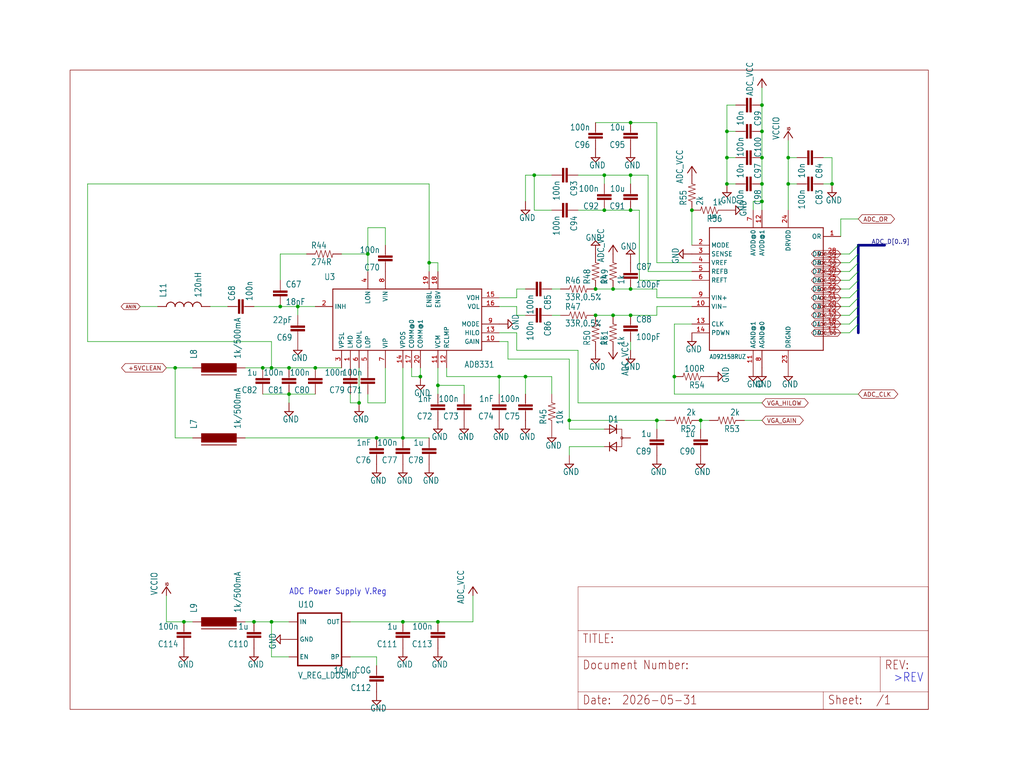
<source format=kicad_sch>
(kicad_sch (version 20230121) (generator eeschema)
  (paper "User" 297.002 226.492)
  (junction (at 190.5 121.92))
  (junction (at 220.98 30.48))
  (junction (at 154.94 50.8))
  (junction (at 78.74 106.68))
  (junction (at 116.84 180.34))
  (junction (at 91.44 106.68))
  (junction (at 165.1 121.92))
  (junction (at 200.66 60.96))
  (junction (at 124.46 76.2))
  (junction (at 220.98 53.34))
  (junction (at 182.88 50.8))
  (junction (at 182.88 60.96))
  (junction (at 177.8 83.82))
  (junction (at 210.82 53.34))
  (junction (at 241.3 53.34))
  (junction (at 210.82 38.1))
  (junction (at 78.74 180.34))
  (junction (at 76.2 106.68))
  (junction (at 172.72 91.44))
  (junction (at 175.26 60.96))
  (junction (at 177.8 91.44))
  (junction (at 83.82 114.3))
  (junction (at 121.92 109.22))
  (junction (at 109.22 127))
  (junction (at 182.88 35.56))
  (junction (at 220.98 38.1))
  (junction (at 106.68 73.66))
  (junction (at 73.66 180.34))
  (junction (at 83.82 106.68))
  (junction (at 203.2 121.92))
  (junction (at 127 111.76))
  (junction (at 81.28 88.9))
  (junction (at 228.6 45.72))
  (junction (at 50.8 106.68))
  (junction (at 175.26 50.8))
  (junction (at 144.78 109.22))
  (junction (at 210.82 45.72))
  (junction (at 220.98 58.42))
  (junction (at 195.58 109.22))
  (junction (at 116.84 127))
  (junction (at 152.4 109.22))
  (junction (at 182.88 91.44))
  (junction (at 104.14 116.84))
  (junction (at 53.34 180.34))
  (junction (at 172.72 83.82))
  (junction (at 228.6 53.34))
  (junction (at 182.88 83.82))
  (junction (at 127 180.34))
  (junction (at 220.98 45.72))
  (junction (at 86.36 88.9))
  (bus_entry (at 246.38 78.74) (size 2.54 -2.54))
  (bus_entry (at 246.38 91.44) (size 2.54 -2.54))
  (bus_entry (at 246.38 73.66) (size 2.54 -2.54))
  (bus_entry (at 246.38 93.98) (size 2.54 -2.54))
  (bus_entry (at 246.38 96.52) (size 2.54 -2.54))
  (bus_entry (at 246.38 81.28) (size 2.54 -2.54))
  (bus_entry (at 246.38 83.82) (size 2.54 -2.54))
  (bus_entry (at 246.38 86.36) (size 2.54 -2.54))
  (bus_entry (at 246.38 76.2) (size 2.54 -2.54))
  (bus_entry (at 246.38 88.9) (size 2.54 -2.54))
  (wire (pts (xy 116.84 127) (xy 124.46 127)) (stroke (width 0.1524)))
  (wire (pts (xy 137.16 180.34) (xy 137.16 172.72)) (stroke (width 0.1524)))
  (wire (pts (xy 200.66 81.28) (xy 185.42 81.28)) (stroke (width 0.1524)))
  (wire (pts (xy 165.1 124.46) (xy 175.26 124.46)) (stroke (width 0.1524)))
  (wire (pts (xy 83.82 114.3) (xy 91.44 114.3)) (stroke (width 0.1524)))
  (wire (pts (xy 243.84 81.28) (xy 246.38 81.28)) (stroke (width 0.1524)))
  (wire (pts (xy 182.88 83.82) (xy 190.5 83.82)) (stroke (width 0.1524)))
  (wire (pts (xy 200.66 71.12) (xy 200.66 60.96)) (stroke (width 0.1524)))
  (wire (pts (xy 182.88 35.56) (xy 172.72 35.56)) (stroke (width 0.1524)))
  (wire (pts (xy 91.44 106.68) (xy 99.06 106.68)) (stroke (width 0.1524)))
  (wire (pts (xy 167.64 60.96) (xy 175.26 60.96)) (stroke (width 0.1524)))
  (wire (pts (xy 78.74 190.5) (xy 78.74 180.34)) (stroke (width 0.1524)))
  (bus (pts (xy 248.92 88.9) (xy 248.92 91.44)) (stroke (width 0.762)))
  (wire (pts (xy 116.84 127) (xy 109.22 127)) (stroke (width 0.1524)))
  (wire (pts (xy 195.58 93.98) (xy 200.66 93.98)) (stroke (width 0.1524)))
  (wire (pts (xy 243.84 78.74) (xy 246.38 78.74)) (stroke (width 0.1524)))
  (wire (pts (xy 218.44 60.96) (xy 218.44 58.42)) (stroke (width 0.1524)))
  (wire (pts (xy 111.76 66.04) (xy 111.76 71.12)) (stroke (width 0.1524)))
  (wire (pts (xy 124.46 78.74) (xy 124.46 76.2)) (stroke (width 0.1524)))
  (bus (pts (xy 248.92 78.74) (xy 248.92 81.28)) (stroke (width 0.762)))
  (wire (pts (xy 243.84 63.5) (xy 248.92 63.5)) (stroke (width 0.1524)))
  (wire (pts (xy 218.44 58.42) (xy 220.98 58.42)) (stroke (width 0.1524)))
  (wire (pts (xy 86.36 91.44) (xy 86.36 88.9)) (stroke (width 0.1524)))
  (wire (pts (xy 215.9 121.92) (xy 220.98 121.92)) (stroke (width 0.1524)))
  (wire (pts (xy 78.74 106.68) (xy 83.82 106.68)) (stroke (width 0.1524)))
  (wire (pts (xy 243.84 93.98) (xy 246.38 93.98)) (stroke (width 0.1524)))
  (bus (pts (xy 248.92 93.98) (xy 248.92 96.52)) (stroke (width 0.762)))
  (wire (pts (xy 165.1 121.92) (xy 165.1 124.46)) (stroke (width 0.1524)))
  (wire (pts (xy 101.6 190.5) (xy 109.22 190.5)) (stroke (width 0.1524)))
  (wire (pts (xy 190.5 83.82) (xy 190.5 86.36)) (stroke (width 0.1524)))
  (wire (pts (xy 144.78 88.9) (xy 149.86 88.9)) (stroke (width 0.1524)))
  (wire (pts (xy 187.96 78.74) (xy 200.66 78.74)) (stroke (width 0.1524)))
  (wire (pts (xy 144.78 114.3) (xy 144.78 109.22)) (stroke (width 0.1524)))
  (wire (pts (xy 83.82 116.84) (xy 83.82 114.3)) (stroke (width 0.1524)))
  (wire (pts (xy 175.26 50.8) (xy 182.88 50.8)) (stroke (width 0.1524)))
  (wire (pts (xy 172.72 83.82) (xy 177.8 83.82)) (stroke (width 0.1524)))
  (wire (pts (xy 220.98 38.1) (xy 220.98 45.72)) (stroke (width 0.1524)))
  (wire (pts (xy 106.68 73.66) (xy 106.68 66.04)) (stroke (width 0.1524)))
  (wire (pts (xy 48.26 180.34) (xy 48.26 172.72)) (stroke (width 0.1524)))
  (wire (pts (xy 165.1 121.92) (xy 190.5 121.92)) (stroke (width 0.1524)))
  (wire (pts (xy 220.98 58.42) (xy 220.98 60.96)) (stroke (width 0.1524)))
  (wire (pts (xy 243.84 86.36) (xy 246.38 86.36)) (stroke (width 0.1524)))
  (wire (pts (xy 182.88 91.44) (xy 190.5 91.44)) (stroke (width 0.1524)))
  (bus (pts (xy 248.92 83.82) (xy 248.92 86.36)) (stroke (width 0.762)))
  (wire (pts (xy 220.98 45.72) (xy 220.98 53.34)) (stroke (width 0.1524)))
  (wire (pts (xy 83.82 106.68) (xy 91.44 106.68)) (stroke (width 0.1524)))
  (wire (pts (xy 195.58 114.3) (xy 195.58 109.22)) (stroke (width 0.1524)))
  (wire (pts (xy 109.22 127) (xy 71.12 127)) (stroke (width 0.1524)))
  (wire (pts (xy 127 106.68) (xy 127 111.76)) (stroke (width 0.1524)))
  (wire (pts (xy 55.88 127) (xy 50.8 127)) (stroke (width 0.1524)))
  (wire (pts (xy 86.36 88.9) (xy 91.44 88.9)) (stroke (width 0.1524)))
  (wire (pts (xy 243.84 91.44) (xy 246.38 91.44)) (stroke (width 0.1524)))
  (wire (pts (xy 124.46 76.2) (xy 124.46 53.34)) (stroke (width 0.1524)))
  (wire (pts (xy 116.84 180.34) (xy 127 180.34)) (stroke (width 0.1524)))
  (wire (pts (xy 149.86 86.36) (xy 149.86 83.82)) (stroke (width 0.1524)))
  (bus (pts (xy 248.92 71.12) (xy 256.54 71.12)) (stroke (width 0.762)))
  (wire (pts (xy 25.4 99.06) (xy 78.74 99.06)) (stroke (width 0.1524)))
  (wire (pts (xy 81.28 73.66) (xy 81.28 81.28)) (stroke (width 0.1524)))
  (wire (pts (xy 111.76 106.68) (xy 111.76 116.84)) (stroke (width 0.1524)))
  (wire (pts (xy 106.68 66.04) (xy 111.76 66.04)) (stroke (width 0.1524)))
  (wire (pts (xy 129.54 106.68) (xy 129.54 109.22)) (stroke (width 0.1524)))
  (wire (pts (xy 182.88 101.6) (xy 182.88 99.06)) (stroke (width 0.1524)))
  (wire (pts (xy 109.22 190.5) (xy 109.22 193.04)) (stroke (width 0.1524)))
  (wire (pts (xy 124.46 76.2) (xy 127 76.2)) (stroke (width 0.1524)))
  (wire (pts (xy 45.72 88.9) (xy 40.64 88.9)) (stroke (width 0.1524)))
  (wire (pts (xy 228.6 45.72) (xy 228.6 53.34)) (stroke (width 0.1524)))
  (wire (pts (xy 104.14 106.68) (xy 104.14 116.84)) (stroke (width 0.1524)))
  (wire (pts (xy 88.9 73.66) (xy 81.28 73.66)) (stroke (width 0.1524)))
  (wire (pts (xy 149.86 101.6) (xy 167.64 101.6)) (stroke (width 0.1524)))
  (wire (pts (xy 175.26 60.96) (xy 182.88 60.96)) (stroke (width 0.1524)))
  (wire (pts (xy 160.02 91.44) (xy 162.56 91.44)) (stroke (width 0.1524)))
  (wire (pts (xy 165.1 104.14) (xy 165.1 121.92)) (stroke (width 0.1524)))
  (wire (pts (xy 154.94 50.8) (xy 152.4 50.8)) (stroke (width 0.1524)))
  (wire (pts (xy 177.8 83.82) (xy 182.88 83.82)) (stroke (width 0.1524)))
  (wire (pts (xy 99.06 73.66) (xy 106.68 73.66)) (stroke (width 0.1524)))
  (wire (pts (xy 213.36 45.72) (xy 210.82 45.72)) (stroke (width 0.1524)))
  (wire (pts (xy 55.88 180.34) (xy 53.34 180.34)) (stroke (width 0.1524)))
  (wire (pts (xy 129.54 109.22) (xy 144.78 109.22)) (stroke (width 0.1524)))
  (wire (pts (xy 119.38 106.68) (xy 119.38 109.22)) (stroke (width 0.1524)))
  (wire (pts (xy 73.66 180.34) (xy 78.74 180.34)) (stroke (width 0.1524)))
  (wire (pts (xy 50.8 127) (xy 50.8 106.68)) (stroke (width 0.1524)))
  (wire (pts (xy 154.94 60.96) (xy 154.94 50.8)) (stroke (width 0.1524)))
  (wire (pts (xy 220.98 30.48) (xy 220.98 38.1)) (stroke (width 0.1524)))
  (wire (pts (xy 50.8 106.68) (xy 48.26 106.68)) (stroke (width 0.1524)))
  (wire (pts (xy 185.42 60.96) (xy 182.88 60.96)) (stroke (width 0.1524)))
  (wire (pts (xy 144.78 109.22) (xy 152.4 109.22)) (stroke (width 0.1524)))
  (wire (pts (xy 185.42 81.28) (xy 185.42 60.96)) (stroke (width 0.1524)))
  (wire (pts (xy 101.6 116.84) (xy 104.14 116.84)) (stroke (width 0.1524)))
  (wire (pts (xy 147.32 104.14) (xy 165.1 104.14)) (stroke (width 0.1524)))
  (wire (pts (xy 127 111.76) (xy 127 114.3)) (stroke (width 0.1524)))
  (wire (pts (xy 152.4 50.8) (xy 152.4 58.42)) (stroke (width 0.1524)))
  (wire (pts (xy 50.8 106.68) (xy 55.88 106.68)) (stroke (width 0.1524)))
  (wire (pts (xy 195.58 109.22) (xy 195.58 93.98)) (stroke (width 0.1524)))
  (wire (pts (xy 190.5 91.44) (xy 190.5 88.9)) (stroke (width 0.1524)))
  (wire (pts (xy 127 111.76) (xy 134.62 111.76)) (stroke (width 0.1524)))
  (wire (pts (xy 25.4 53.34) (xy 25.4 99.06)) (stroke (width 0.1524)))
  (wire (pts (xy 149.86 88.9) (xy 149.86 91.44)) (stroke (width 0.1524)))
  (wire (pts (xy 190.5 35.56) (xy 182.88 35.56)) (stroke (width 0.1524)))
  (wire (pts (xy 78.74 99.06) (xy 78.74 106.68)) (stroke (width 0.1524)))
  (bus (pts (xy 248.92 71.12) (xy 248.92 73.66)) (stroke (width 0.762)))
  (wire (pts (xy 106.68 73.66) (xy 106.68 78.74)) (stroke (width 0.1524)))
  (bus (pts (xy 248.92 91.44) (xy 248.92 93.98)) (stroke (width 0.762)))
  (wire (pts (xy 144.78 99.06) (xy 147.32 99.06)) (stroke (width 0.1524)))
  (wire (pts (xy 71.12 180.34) (xy 73.66 180.34)) (stroke (width 0.1524)))
  (wire (pts (xy 243.84 96.52) (xy 246.38 96.52)) (stroke (width 0.1524)))
  (wire (pts (xy 106.68 116.84) (xy 106.68 114.3)) (stroke (width 0.1524)))
  (wire (pts (xy 200.66 76.2) (xy 190.5 76.2)) (stroke (width 0.1524)))
  (wire (pts (xy 243.84 76.2) (xy 246.38 76.2)) (stroke (width 0.1524)))
  (wire (pts (xy 210.82 30.48) (xy 210.82 38.1)) (stroke (width 0.1524)))
  (wire (pts (xy 190.5 124.46) (xy 190.5 121.92)) (stroke (width 0.1524)))
  (wire (pts (xy 83.82 190.5) (xy 78.74 190.5)) (stroke (width 0.1524)))
  (wire (pts (xy 81.28 88.9) (xy 86.36 88.9)) (stroke (width 0.1524)))
  (wire (pts (xy 210.82 45.72) (xy 210.82 53.34)) (stroke (width 0.1524)))
  (wire (pts (xy 101.6 180.34) (xy 116.84 180.34)) (stroke (width 0.1524)))
  (wire (pts (xy 203.2 124.46) (xy 203.2 121.92)) (stroke (width 0.1524)))
  (wire (pts (xy 243.84 73.66) (xy 246.38 73.66)) (stroke (width 0.1524)))
  (wire (pts (xy 213.36 38.1) (xy 210.82 38.1)) (stroke (width 0.1524)))
  (wire (pts (xy 190.5 86.36) (xy 200.66 86.36)) (stroke (width 0.1524)))
  (wire (pts (xy 76.2 106.68) (xy 71.12 106.68)) (stroke (width 0.1524)))
  (bus (pts (xy 248.92 86.36) (xy 248.92 88.9)) (stroke (width 0.762)))
  (wire (pts (xy 220.98 25.4) (xy 220.98 30.48)) (stroke (width 0.1524)))
  (wire (pts (xy 60.96 88.9) (xy 66.04 88.9)) (stroke (width 0.1524)))
  (wire (pts (xy 175.26 50.8) (xy 175.26 53.34)) (stroke (width 0.1524)))
  (wire (pts (xy 134.62 111.76) (xy 134.62 114.3)) (stroke (width 0.1524)))
  (wire (pts (xy 203.2 121.92) (xy 205.74 121.92)) (stroke (width 0.1524)))
  (wire (pts (xy 177.8 91.44) (xy 182.88 91.44)) (stroke (width 0.1524)))
  (wire (pts (xy 111.76 116.84) (xy 106.68 116.84)) (stroke (width 0.1524)))
  (wire (pts (xy 160.02 60.96) (xy 154.94 60.96)) (stroke (width 0.1524)))
  (wire (pts (xy 78.74 180.34) (xy 83.82 180.34)) (stroke (width 0.1524)))
  (wire (pts (xy 187.96 50.8) (xy 187.96 78.74)) (stroke (width 0.1524)))
  (wire (pts (xy 175.26 129.54) (xy 165.1 129.54)) (stroke (width 0.1524)))
  (wire (pts (xy 127 76.2) (xy 127 78.74)) (stroke (width 0.1524)))
  (wire (pts (xy 165.1 129.54) (xy 165.1 132.08)) (stroke (width 0.1524)))
  (wire (pts (xy 182.88 50.8) (xy 182.88 53.34)) (stroke (width 0.1524)))
  (wire (pts (xy 116.84 106.68) (xy 116.84 127)) (stroke (width 0.1524)))
  (wire (pts (xy 190.5 88.9) (xy 200.66 88.9)) (stroke (width 0.1524)))
  (wire (pts (xy 149.86 91.44) (xy 152.4 91.44)) (stroke (width 0.1524)))
  (wire (pts (xy 213.36 30.48) (xy 210.82 30.48)) (stroke (width 0.1524)))
  (wire (pts (xy 160.02 109.22) (xy 160.02 114.3)) (stroke (width 0.1524)))
  (wire (pts (xy 231.14 53.34) (xy 228.6 53.34)) (stroke (width 0.1524)))
  (wire (pts (xy 231.14 45.72) (xy 228.6 45.72)) (stroke (width 0.1524)))
  (wire (pts (xy 243.84 88.9) (xy 246.38 88.9)) (stroke (width 0.1524)))
  (wire (pts (xy 147.32 99.06) (xy 147.32 104.14)) (stroke (width 0.1524)))
  (wire (pts (xy 210.82 38.1) (xy 210.82 45.72)) (stroke (width 0.1524)))
  (wire (pts (xy 149.86 96.52) (xy 149.86 101.6)) (stroke (width 0.1524)))
  (wire (pts (xy 101.6 114.3) (xy 101.6 116.84)) (stroke (width 0.1524)))
  (wire (pts (xy 243.84 83.82) (xy 246.38 83.82)) (stroke (width 0.1524)))
  (wire (pts (xy 76.2 114.3) (xy 83.82 114.3)) (stroke (width 0.1524)))
  (wire (pts (xy 213.36 53.34) (xy 210.82 53.34)) (stroke (width 0.1524)))
  (wire (pts (xy 121.92 109.22) (xy 121.92 106.68)) (stroke (width 0.1524)))
  (wire (pts (xy 167.64 101.6) (xy 167.64 116.84)) (stroke (width 0.1524)))
  (wire (pts (xy 243.84 68.58) (xy 243.84 63.5)) (stroke (width 0.1524)))
  (wire (pts (xy 228.6 40.64) (xy 228.6 45.72)) (stroke (width 0.1524)))
  (wire (pts (xy 73.66 88.9) (xy 81.28 88.9)) (stroke (width 0.1524)))
  (wire (pts (xy 241.3 45.72) (xy 241.3 53.34)) (stroke (width 0.1524)))
  (wire (pts (xy 248.92 114.3) (xy 195.58 114.3)) (stroke (width 0.1524)))
  (wire (pts (xy 53.34 180.34) (xy 48.26 180.34)) (stroke (width 0.1524)))
  (wire (pts (xy 182.88 50.8) (xy 187.96 50.8)) (stroke (width 0.1524)))
  (wire (pts (xy 144.78 96.52) (xy 149.86 96.52)) (stroke (width 0.1524)))
  (wire (pts (xy 228.6 53.34) (xy 228.6 60.96)) (stroke (width 0.1524)))
  (bus (pts (xy 248.92 81.28) (xy 248.92 83.82)) (stroke (width 0.762)))
  (wire (pts (xy 167.64 50.8) (xy 175.26 50.8)) (stroke (width 0.1524)))
  (wire (pts (xy 160.02 83.82) (xy 162.56 83.82)) (stroke (width 0.1524)))
  (wire (pts (xy 160.02 50.8) (xy 154.94 50.8)) (stroke (width 0.1524)))
  (wire (pts (xy 167.64 116.84) (xy 220.98 116.84)) (stroke (width 0.1524)))
  (bus (pts (xy 248.92 73.66) (xy 248.92 76.2)) (stroke (width 0.762)))
  (wire (pts (xy 149.86 83.82) (xy 152.4 83.82)) (stroke (width 0.1524)))
  (wire (pts (xy 152.4 114.3) (xy 152.4 109.22)) (stroke (width 0.1524)))
  (wire (pts (xy 238.76 45.72) (xy 241.3 45.72)) (stroke (width 0.1524)))
  (wire (pts (xy 144.78 86.36) (xy 149.86 86.36)) (stroke (width 0.1524)))
  (wire (pts (xy 190.5 76.2) (xy 190.5 35.56)) (stroke (width 0.1524)))
  (wire (pts (xy 119.38 109.22) (xy 121.92 109.22)) (stroke (width 0.1524)))
  (wire (pts (xy 127 180.34) (xy 137.16 180.34)) (stroke (width 0.1524)))
  (wire (pts (xy 124.46 53.34) (xy 25.4 53.34)) (stroke (width 0.1524)))
  (wire (pts (xy 238.76 53.34) (xy 241.3 53.34)) (stroke (width 0.1524)))
  (wire (pts (xy 76.2 106.68) (xy 78.74 106.68)) (stroke (width 0.1524)))
  (wire (pts (xy 190.5 121.92) (xy 193.04 121.92)) (stroke (width 0.1524)))
  (wire (pts (xy 172.72 91.44) (xy 177.8 91.44)) (stroke (width 0.1524)))
  (wire (pts (xy 152.4 109.22) (xy 160.02 109.22)) (stroke (width 0.1524)))
  (wire (pts (xy 220.98 53.34) (xy 220.98 58.42)) (stroke (width 0.1524)))
  (bus (pts (xy 248.92 76.2) (xy 248.92 78.74)) (stroke (width 0.762)))
  (text ">REV" (at 259.08 198.12 0) (effects (font (size 2.54 2.159)) (justify left bottom)))
  (text "ADC Power Supply V.Reg" (at 83.82 172.72 0) (effects (font (size 1.778 1.5113)) (justify left bottom)))
  (label "ADC_D[0..9]" (at 252.73 71.12 0) (effects (font (size 1.2446 1.2446))))
  (global_label "ADC_D7" (shape bidirectional) (at 243.84 78.74 180) (effects (font (size 1.016 1.016))) (property "Intersheetrefs" "${INTERSHEET_REFS}" (effects hide)))
  (global_label "ADC_D1" (shape bidirectional) (at 243.84 93.98 180) (effects (font (size 1.016 1.016))) (property "Intersheetrefs" "${INTERSHEET_REFS}" (effects hide)))
  (global_label "ADC_OR" (shape bidirectional) (at 248.92 63.5 0) (effects (font (size 1.2446 1.2446))) (property "Intersheetrefs" "${INTERSHEET_REFS}" (effects hide)))
  (global_label "ADC_D9" (shape bidirectional) (at 243.84 73.66 180) (effects (font (size 1.016 1.016))) (property "Intersheetrefs" "${INTERSHEET_REFS}" (effects hide)))
  (global_label "ADC_D4" (shape bidirectional) (at 243.84 86.36 180) (effects (font (size 1.016 1.016))) (property "Intersheetrefs" "${INTERSHEET_REFS}" (effects hide)))
  (global_label "ADC_D5" (shape bidirectional) (at 243.84 83.82 180) (effects (font (size 1.016 1.016))) (property "Intersheetrefs" "${INTERSHEET_REFS}" (effects hide)))
  (global_label "ANIN" (shape bidirectional) (at 40.64 88.9 180) (effects (font (size 0.889 0.889))) (property "Intersheetrefs" "${INTERSHEET_REFS}" (effects hide)))
  (global_label "ADC_D8" (shape bidirectional) (at 243.84 76.2 180) (effects (font (size 1.016 1.016))) (property "Intersheetrefs" "${INTERSHEET_REFS}" (effects hide)))
  (global_label "ADC_D2" (shape bidirectional) (at 243.84 91.44 180) (effects (font (size 1.016 1.016))) (property "Intersheetrefs" "${INTERSHEET_REFS}" (effects hide)))
  (global_label "VGA_GAIN" (shape bidirectional) (at 220.98 121.92 0) (effects (font (size 1.2446 1.2446))) (property "Intersheetrefs" "${INTERSHEET_REFS}" (effects hide)))
  (global_label "VGA_HILOW" (shape bidirectional) (at 220.98 116.84 0) (effects (font (size 1.2446 1.2446))) (property "Intersheetrefs" "${INTERSHEET_REFS}" (effects hide)))
  (global_label "ADC_D0" (shape bidirectional) (at 243.84 96.52 180) (effects (font (size 1.016 1.016))) (property "Intersheetrefs" "${INTERSHEET_REFS}" (effects hide)))
  (global_label "+5VCLEAN" (shape bidirectional) (at 48.26 106.68 180) (effects (font (size 1.2446 1.2446))) (property "Intersheetrefs" "${INTERSHEET_REFS}" (effects hide)))
  (global_label "ADC_D6" (shape bidirectional) (at 243.84 81.28 180) (effects (font (size 1.016 1.016))) (property "Intersheetrefs" "${INTERSHEET_REFS}" (effects hide)))
  (global_label "ADC_D3" (shape bidirectional) (at 243.84 88.9 180) (effects (font (size 1.016 1.016))) (property "Intersheetrefs" "${INTERSHEET_REFS}" (effects hide)))
  (global_label "ADC_CLK" (shape bidirectional) (at 248.92 114.3 0) (effects (font (size 1.2446 1.2446))) (property "Intersheetrefs" "${INTERSHEET_REFS}" (effects hide)))
  (symbol (lib_id "cw-lite-main-eagle-import:custom-std_RES0603-RES") (at 200.66 55.88 90) (unit 1)
    (property "Reference" "R55" (at 199.1614 59.69 0) (effects (font (size 1.778 1.5113)) (justify left bottom)))
    (property "Value" "2k" (at 203.962 59.69 0) (effects (font (size 1.778 1.5113)) (justify left bottom)))
    (property "Footprint" "cw-lite-main:0603R" (effects hide))
  )
  (symbol (lib_id "cw-lite-main-eagle-import:custom-std_CAP0402-CAP") (at 144.78 116.84 180) (unit 1)
    (property "Reference" "C74" (at 143.256 119.761 0) (effects (font (size 1.778 1.5113)) (justify left bottom)))
    (property "Value" "1nF" (at 143.256 114.681 0) (effects (font (size 1.778 1.5113)) (justify left bottom)))
    (property "Footprint" "cw-lite-main:0402C" (effects hide))
  )
  (symbol (lib_id "cw-lite-main-eagle-import:VCCIO") (at 48.26 170.18 0) (unit 1)
    (property "Reference" "#VCC30" (effects hide))
    (property "Value" "VCCIO" (at 45.72 172.72 90) (effects (font (size 1.778 1.5113)) (justify left bottom)))
  )
  (symbol (lib_id "cw-lite-main-eagle-import:GND") (at 182.88 73.66 180) (unit 1)
    (property "Reference" "#SUPPLY89" (effects hide))
    (property "Value" "GND" (at 184.785 70.485 0) (effects (font (size 1.778 1.5113)) (justify left bottom)))
  )
  (symbol (lib_id "cw-lite-main-eagle-import:custom-std_RES0603-RES") (at 93.98 73.66 0) (unit 1)
    (property "Reference" "R44" (at 90.17 72.1614 0) (effects (font (size 1.778 1.5113)) (justify left bottom)))
    (property "Value" "274R" (at 90.17 76.962 0) (effects (font (size 1.778 1.5113)) (justify left bottom)))
    (property "Footprint" "cw-lite-main:0603R" (effects hide))
  )
  (symbol (lib_id "cw-lite-main-eagle-import:custom-std_CAP0402-CAP") (at 215.9 53.34 270) (unit 1)
    (property "Reference" "C98" (at 218.821 54.864 0) (effects (font (size 1.778 1.5113)) (justify left bottom)))
    (property "Value" "100n" (at 213.741 54.864 0) (effects (font (size 1.778 1.5113)) (justify left bottom)))
    (property "Footprint" "cw-lite-main:0402C" (effects hide))
  )
  (symbol (lib_id "cw-lite-main-eagle-import:custom-std_CAP0402-CAP") (at 83.82 109.22 180) (unit 1)
    (property "Reference" "C81" (at 82.296 112.141 0) (effects (font (size 1.778 1.5113)) (justify left bottom)))
    (property "Value" "100n" (at 82.296 107.061 0) (effects (font (size 1.778 1.5113)) (justify left bottom)))
    (property "Footprint" "cw-lite-main:0402C" (effects hide))
  )
  (symbol (lib_id "cw-lite-main-eagle-import:VCCIO") (at 228.6 38.1 0) (unit 1)
    (property "Reference" "#VCC21" (effects hide))
    (property "Value" "VCCIO" (at 226.06 40.64 90) (effects (font (size 1.778 1.5113)) (justify left bottom)))
  )
  (symbol (lib_id "cw-lite-main-eagle-import:custom-std_CAP0603-CAP") (at 182.88 38.1 180) (unit 1)
    (property "Reference" "C95" (at 181.356 41.021 0) (effects (font (size 1.778 1.5113)) (justify left bottom)))
    (property "Value" "10u" (at 181.356 35.941 0) (effects (font (size 1.778 1.5113)) (justify left bottom)))
    (property "Footprint" "cw-lite-main:0603C" (effects hide))
  )
  (symbol (lib_id "cw-lite-main-eagle-import:GND") (at 190.5 134.62 0) (unit 1)
    (property "Reference" "#SUPPLY88" (effects hide))
    (property "Value" "GND" (at 188.595 137.795 0) (effects (font (size 1.778 1.5113)) (justify left bottom)))
  )
  (symbol (lib_id "cw-lite-main-eagle-import:ADC_VCC") (at 137.16 172.72 0) (unit 1)
    (property "Reference" "#U$5" (effects hide))
    (property "Value" "ADC_VCC" (at 134.62 175.26 90) (effects (font (size 1.778 1.5113)) (justify left bottom)))
  )
  (symbol (lib_id "cw-lite-main-eagle-import:custom-std_CAP0603-CAP") (at 182.88 81.28 0) (unit 1)
    (property "Reference" "C87" (at 184.404 78.359 0) (effects (font (size 1.778 1.5113)) (justify left bottom)))
    (property "Value" "100pF" (at 184.404 83.439 0) (effects (font (size 1.778 1.5113)) (justify left bottom)))
    (property "Footprint" "cw-lite-main:0603C" (effects hide))
  )
  (symbol (lib_id "cw-lite-main-eagle-import:GND") (at 213.36 60.96 90) (unit 1)
    (property "Reference" "#SUPPLY95" (effects hide))
    (property "Value" "GND" (at 216.535 62.865 0) (effects (font (size 1.778 1.5113)) (justify left bottom)))
  )
  (symbol (lib_id "cw-lite-main-eagle-import:custom-std_CAP0402-CAP") (at 109.22 195.58 180) (unit 1)
    (property "Reference" "C112" (at 107.696 198.501 0) (effects (font (size 1.778 1.5113)) (justify left bottom)))
    (property "Value" "10n, COG" (at 107.696 193.421 0) (effects (font (size 1.778 1.5113)) (justify left bottom)))
    (property "Footprint" "cw-lite-main:0402C" (effects hide))
  )
  (symbol (lib_id "cw-lite-main-eagle-import:custom-std_CAP0402-CAP") (at 162.56 50.8 270) (unit 1)
    (property "Reference" "C93" (at 165.481 52.324 0) (effects (font (size 1.778 1.5113)) (justify left bottom)))
    (property "Value" "100n" (at 160.401 52.324 0) (effects (font (size 1.778 1.5113)) (justify left bottom)))
    (property "Footprint" "cw-lite-main:0402C" (effects hide))
  )
  (symbol (lib_id "cw-lite-main-eagle-import:custom-std_CAP0603-CAP") (at 86.36 93.98 180) (unit 1)
    (property "Reference" "C69" (at 84.836 96.901 0) (effects (font (size 1.778 1.5113)) (justify left bottom)))
    (property "Value" "22pF" (at 84.836 91.821 0) (effects (font (size 1.778 1.5113)) (justify left bottom)))
    (property "Footprint" "cw-lite-main:0603C" (effects hide))
  )
  (symbol (lib_id "cw-lite-main-eagle-import:FERRITE-0603") (at 63.5 180.34 90) (unit 1)
    (property "Reference" "L9" (at 57.15 177.8 0) (effects (font (size 1.778 1.5113)) (justify left bottom)))
    (property "Value" "1k/500mA" (at 69.85 177.8 0) (effects (font (size 1.778 1.5113)) (justify left bottom)))
    (property "Footprint" "cw-lite-main:FB603" (effects hide))
    (property "OC_DIGIKEY" "587-1739-1-ND" (effects hide))
  )
  (symbol (lib_id "cw-lite-main-eagle-import:custom-std_RES0402-RES") (at 172.72 96.52 90) (unit 1)
    (property "Reference" "R50" (at 171.2214 100.33 0) (effects (font (size 1.778 1.5113)) (justify left bottom)))
    (property "Value" "1k" (at 176.022 100.33 0) (effects (font (size 1.778 1.5113)) (justify left bottom)))
    (property "Footprint" "cw-lite-main:0402R" (effects hide))
  )
  (symbol (lib_id "cw-lite-main-eagle-import:GND") (at 172.72 45.72 0) (unit 1)
    (property "Reference" "#SUPPLY94" (effects hide))
    (property "Value" "GND" (at 170.815 48.895 0) (effects (font (size 1.778 1.5113)) (justify left bottom)))
  )
  (symbol (lib_id "cw-lite-main-eagle-import:custom-std_CAP0603-CAP") (at 71.12 88.9 90) (unit 1)
    (property "Reference" "C68" (at 68.199 87.376 0) (effects (font (size 1.778 1.5113)) (justify left bottom)))
    (property "Value" "100n" (at 73.279 87.376 0) (effects (font (size 1.778 1.5113)) (justify left bottom)))
    (property "Footprint" "cw-lite-main:0603C" (effects hide))
  )
  (symbol (lib_id "cw-lite-main-eagle-import:AD9215BRUZ") (at 215.9 91.44 0) (unit 1)
    (property "Reference" "U4" (at 205.74 63.5 0) (effects (font (size 1.27 1.0795)) (justify left bottom)))
    (property "Value" "AD9215BRUZ" (at 205.74 104.14 0) (effects (font (size 1.27 1.0795)) (justify left bottom)))
    (property "Footprint" "cw-lite-main:TSSOP28" (effects hide))
    (property "MPN" "AD9215BRUZ-105" (effects hide))
    (property "OC_DIGIKEY" "AD9215BRUZ-105-ND" (effects hide))
  )
  (symbol (lib_id "cw-lite-main-eagle-import:custom-std_CAP0603-CAP") (at 190.5 127 180) (unit 1)
    (property "Reference" "C89" (at 188.976 129.921 0) (effects (font (size 1.778 1.5113)) (justify left bottom)))
    (property "Value" "1u" (at 188.976 124.841 0) (effects (font (size 1.778 1.5113)) (justify left bottom)))
    (property "Footprint" "cw-lite-main:0603C" (effects hide))
    (property "OC_DIGIKEY" "490-1550-1-ND" (effects hide))
  )
  (symbol (lib_id "cw-lite-main-eagle-import:GND") (at 203.2 134.62 0) (unit 1)
    (property "Reference" "#SUPPLY90" (effects hide))
    (property "Value" "GND" (at 201.295 137.795 0) (effects (font (size 1.778 1.5113)) (justify left bottom)))
  )
  (symbol (lib_id "cw-lite-main-eagle-import:custom-std_CAP0603-CAP") (at 76.2 109.22 180) (unit 1)
    (property "Reference" "C82" (at 74.676 112.141 0) (effects (font (size 1.778 1.5113)) (justify left bottom)))
    (property "Value" "1u" (at 74.676 107.061 0) (effects (font (size 1.778 1.5113)) (justify left bottom)))
    (property "Footprint" "cw-lite-main:0603C" (effects hide))
    (property "OC_DIGIKEY" "490-1550-1-ND" (effects hide))
  )
  (symbol (lib_id "cw-lite-main-eagle-import:custom-std_CAP0603-CAP") (at 182.88 96.52 0) (unit 1)
    (property "Reference" "C88" (at 184.404 93.599 0) (effects (font (size 1.778 1.5113)) (justify left bottom)))
    (property "Value" "100pF" (at 184.404 98.679 0) (effects (font (size 1.778 1.5113)) (justify left bottom)))
    (property "Footprint" "cw-lite-main:0603C" (effects hide))
  )
  (symbol (lib_id "cw-lite-main-eagle-import:custom-std_RES0402-RES") (at 177.8 96.52 90) (unit 1)
    (property "Reference" "R51" (at 176.3014 100.33 0) (effects (font (size 1.778 1.5113)) (justify left bottom)))
    (property "Value" "1k" (at 181.102 100.33 0) (effects (font (size 1.778 1.5113)) (justify left bottom)))
    (property "Footprint" "cw-lite-main:0402R" (effects hide))
  )
  (symbol (lib_id "cw-lite-main-eagle-import:GND") (at 127 190.5 0) (unit 1)
    (property "Reference" "#SUPPLY121" (effects hide))
    (property "Value" "GND" (at 125.095 193.675 0) (effects (font (size 1.778 1.5113)) (justify left bottom)))
  )
  (symbol (lib_id "cw-lite-main-eagle-import:custom-std_CAP0402-CAP") (at 127 116.84 180) (unit 1)
    (property "Reference" "C72" (at 125.476 119.761 0) (effects (font (size 1.778 1.5113)) (justify left bottom)))
    (property "Value" "1nF" (at 125.476 114.681 0) (effects (font (size 1.778 1.5113)) (justify left bottom)))
    (property "Footprint" "cw-lite-main:0402C" (effects hide))
  )
  (symbol (lib_id "cw-lite-main-eagle-import:custom-std_CAP0603-CAP") (at 124.46 129.54 180) (unit 1)
    (property "Reference" "C78" (at 122.936 132.461 0) (effects (font (size 1.778 1.5113)) (justify left bottom)))
    (property "Value" "1u" (at 122.936 127.381 0) (effects (font (size 1.778 1.5113)) (justify left bottom)))
    (property "Footprint" "cw-lite-main:0603C" (effects hide))
    (property "OC_DIGIKEY" "490-1550-1-ND" (effects hide))
  )
  (symbol (lib_id "cw-lite-main-eagle-import:GND") (at 152.4 124.46 0) (unit 1)
    (property "Reference" "#SUPPLY67" (effects hide))
    (property "Value" "GND" (at 150.495 127.635 0) (effects (font (size 1.778 1.5113)) (justify left bottom)))
  )
  (symbol (lib_id "cw-lite-main-eagle-import:GND") (at 73.66 190.5 0) (unit 1)
    (property "Reference" "#SUPPLY119" (effects hide))
    (property "Value" "GND" (at 71.755 193.675 0) (effects (font (size 1.778 1.5113)) (justify left bottom)))
  )
  (symbol (lib_id "cw-lite-main-eagle-import:GND") (at 182.88 45.72 0) (unit 1)
    (property "Reference" "#SUPPLY93" (effects hide))
    (property "Value" "GND" (at 180.975 48.895 0) (effects (font (size 1.778 1.5113)) (justify left bottom)))
  )
  (symbol (lib_id "cw-lite-main-eagle-import:GND") (at 116.84 137.16 0) (unit 1)
    (property "Reference" "#SUPPLY72" (effects hide))
    (property "Value" "GND" (at 114.935 140.335 0) (effects (font (size 1.778 1.5113)) (justify left bottom)))
  )
  (symbol (lib_id "cw-lite-main-eagle-import:GND") (at 147.32 93.98 90) (unit 1)
    (property "Reference" "#SUPPLY83" (effects hide))
    (property "Value" "GND" (at 150.495 95.885 0) (effects (font (size 1.778 1.5113)) (justify left bottom)))
  )
  (symbol (lib_id "cw-lite-main-eagle-import:custom-std_CAP0402-CAP") (at 233.68 45.72 270) (unit 1)
    (property "Reference" "C84" (at 236.601 47.244 0) (effects (font (size 1.778 1.5113)) (justify left bottom)))
    (property "Value" "10n" (at 231.521 47.244 0) (effects (font (size 1.778 1.5113)) (justify left bottom)))
    (property "Footprint" "cw-lite-main:0402C" (effects hide))
  )
  (symbol (lib_id "cw-lite-main-eagle-import:GND") (at 241.3 55.88 0) (unit 1)
    (property "Reference" "#SUPPLY82" (effects hide))
    (property "Value" "GND" (at 239.395 59.055 0) (effects (font (size 1.778 1.5113)) (justify left bottom)))
  )
  (symbol (lib_id "cw-lite-main-eagle-import:custom-std_CAP0603-CAP") (at 203.2 127 180) (unit 1)
    (property "Reference" "C90" (at 201.676 129.921 0) (effects (font (size 1.778 1.5113)) (justify left bottom)))
    (property "Value" "1u" (at 201.676 124.841 0) (effects (font (size 1.778 1.5113)) (justify left bottom)))
    (property "Footprint" "cw-lite-main:0603C" (effects hide))
    (property "OC_DIGIKEY" "490-1550-1-ND" (effects hide))
  )
  (symbol (lib_id "cw-lite-main-eagle-import:custom-std_CAP0402-CAP") (at 116.84 129.54 180) (unit 1)
    (property "Reference" "C77" (at 115.316 132.461 0) (effects (font (size 1.778 1.5113)) (justify left bottom)))
    (property "Value" "100n" (at 115.316 127.381 0) (effects (font (size 1.778 1.5113)) (justify left bottom)))
    (property "Footprint" "cw-lite-main:0402C" (effects hide))
  )
  (symbol (lib_id "cw-lite-main-eagle-import:custom-std_RES0603-RES") (at 200.66 109.22 180) (unit 1)
    (property "Reference" "R54" (at 204.47 110.7186 0) (effects (font (size 1.778 1.5113)) (justify left bottom)))
    (property "Value" "100R" (at 204.47 105.918 0) (effects (font (size 1.778 1.5113)) (justify left bottom)))
    (property "Footprint" "cw-lite-main:0603R" (effects hide))
  )
  (symbol (lib_id "cw-lite-main-eagle-import:GND") (at 116.84 190.5 0) (unit 1)
    (property "Reference" "#SUPPLY120" (effects hide))
    (property "Value" "GND" (at 114.935 193.675 0) (effects (font (size 1.778 1.5113)) (justify left bottom)))
  )
  (symbol (lib_id "cw-lite-main-eagle-import:GND") (at 198.12 73.66 270) (unit 1)
    (property "Reference" "#SUPPLY97" (effects hide))
    (property "Value" "GND" (at 194.945 71.755 0) (effects (font (size 1.778 1.5113)) (justify left bottom)))
  )
  (symbol (lib_id "cw-lite-main-eagle-import:GND") (at 200.66 99.06 0) (unit 1)
    (property "Reference" "#SUPPLY81" (effects hide))
    (property "Value" "GND" (at 198.755 102.235 0) (effects (font (size 1.778 1.5113)) (justify left bottom)))
  )
  (symbol (lib_id "cw-lite-main-eagle-import:GND") (at 86.36 101.6 0) (unit 1)
    (property "Reference" "#SUPPLY76" (effects hide))
    (property "Value" "GND" (at 84.455 104.775 0) (effects (font (size 1.778 1.5113)) (justify left bottom)))
  )
  (symbol (lib_id "cw-lite-main-eagle-import:LETTER_L") (at 20.32 205.74 0) (unit 1)
    (property "Reference" "#FRAME4" (effects hide))
    (property "Value" "LETTER_L" (effects hide))
  )
  (symbol (lib_id "cw-lite-main-eagle-import:GND") (at 220.98 109.22 0) (unit 1)
    (property "Reference" "#SUPPLY79" (effects hide))
    (property "Value" "GND" (at 219.075 112.395 0) (effects (font (size 1.778 1.5113)) (justify left bottom)))
  )
  (symbol (lib_id "cw-lite-main-eagle-import:GND") (at 144.78 124.46 0) (unit 1)
    (property "Reference" "#SUPPLY68" (effects hide))
    (property "Value" "GND" (at 142.875 127.635 0) (effects (font (size 1.778 1.5113)) (justify left bottom)))
  )
  (symbol (lib_id "cw-lite-main-eagle-import:INDUCTOR0603") (at 53.34 88.9 90) (unit 1)
    (property "Reference" "L11" (at 48.26 86.36 0) (effects (font (size 1.778 1.5113)) (justify left bottom)))
    (property "Value" "120nH" (at 58.42 86.36 0) (effects (font (size 1.778 1.5113)) (justify left bottom)))
    (property "Footprint" "cw-lite-main:0603" (effects hide))
  )
  (symbol (lib_id "cw-lite-main-eagle-import:custom-std_RES0603-RES") (at 198.12 121.92 180) (unit 1)
    (property "Reference" "R52" (at 201.93 123.4186 0) (effects (font (size 1.778 1.5113)) (justify left bottom)))
    (property "Value" "2k" (at 201.93 118.618 0) (effects (font (size 1.778 1.5113)) (justify left bottom)))
    (property "Footprint" "cw-lite-main:0603R" (effects hide))
  )
  (symbol (lib_id "cw-lite-main-eagle-import:AD8331") (at 96.52 101.6 0) (unit 1)
    (property "Reference" "U3" (at 93.98 81.28 0) (effects (font (size 1.778 1.5113)) (justify left bottom)))
    (property "Value" "AD8331" (at 134.62 106.68 0) (effects (font (size 1.778 1.5113)) (justify left bottom)))
    (property "Footprint" "cw-lite-main:QSOP20" (effects hide))
    (property "MPN" "AD8331ARQZ" (effects hide))
    (property "OC_DIGIKEY" "AD8331ARQZ-R7CT-ND" (effects hide))
  )
  (symbol (lib_id "cw-lite-main-eagle-import:V_REG_LDOSMD") (at 93.98 185.42 0) (unit 1)
    (property "Reference" "U10" (at 86.36 176.276 0) (effects (font (size 1.778 1.5113)) (justify left bottom)))
    (property "Value" "V_REG_LDOSMD" (at 86.36 196.85 0) (effects (font (size 1.778 1.5113)) (justify left bottom)))
    (property "Footprint" "cw-lite-main:SOT23-5" (effects hide))
    (property "MPN" "LP3985IM5X-3.0/NOPB" (effects hide))
    (property "OC_DIGIKEY" "LP3985IM5X-3.0/NOPBCT-ND" (effects hide))
  )
  (symbol (lib_id "cw-lite-main-eagle-import:GND") (at 210.82 55.88 0) (unit 1)
    (property "Reference" "#SUPPLY96" (effects hide))
    (property "Value" "GND" (at 208.915 59.055 0) (effects (font (size 1.778 1.5113)) (justify left bottom)))
  )
  (symbol (lib_id "cw-lite-main-eagle-import:custom-std_RES0603-RES") (at 167.64 83.82 0) (unit 1)
    (property "Reference" "R46" (at 163.83 82.3214 0) (effects (font (size 1.778 1.5113)) (justify left bottom)))
    (property "Value" "33R,0.5%" (at 163.83 87.122 0) (effects (font (size 1.778 1.5113)) (justify left bottom)))
    (property "Footprint" "cw-lite-main:0603R" (effects hide))
  )
  (symbol (lib_id "cw-lite-main-eagle-import:LETTER_L") (at 167.64 205.74 0) (unit 2)
    (property "Reference" "#FRAME4" (effects hide))
    (property "Value" "LETTER_L" (effects hide))
  )
  (symbol (lib_id "cw-lite-main-eagle-import:custom-std_CAP0402-CAP") (at 172.72 38.1 180) (unit 1)
    (property "Reference" "C96" (at 171.196 41.021 0) (effects (font (size 1.778 1.5113)) (justify left bottom)))
    (property "Value" "100n" (at 171.196 35.941 0) (effects (font (size 1.778 1.5113)) (justify left bottom)))
    (property "Footprint" "cw-lite-main:0402C" (effects hide))
  )
  (symbol (lib_id "cw-lite-main-eagle-import:GND") (at 127 124.46 0) (unit 1)
    (property "Reference" "#SUPPLY70" (effects hide))
    (property "Value" "GND" (at 125.095 127.635 0) (effects (font (size 1.778 1.5113)) (justify left bottom)))
  )
  (symbol (lib_id "cw-lite-main-eagle-import:custom-std_CAP0603-CAP") (at 81.28 86.36 0) (unit 1)
    (property "Reference" "C67" (at 82.804 83.439 0) (effects (font (size 1.778 1.5113)) (justify left bottom)))
    (property "Value" "18nF" (at 82.804 88.519 0) (effects (font (size 1.778 1.5113)) (justify left bottom)))
    (property "Footprint" "cw-lite-main:0603C" (effects hide))
  )
  (symbol (lib_id "cw-lite-main-eagle-import:GND") (at 172.72 104.14 0) (unit 1)
    (property "Reference" "#SUPPLY84" (effects hide))
    (property "Value" "GND" (at 170.815 107.315 0) (effects (font (size 1.778 1.5113)) (justify left bottom)))
  )
  (symbol (lib_id "cw-lite-main-eagle-import:GND") (at 81.28 185.42 270) (unit 1)
    (property "Reference" "#SUPPLY118" (effects hide))
    (property "Value" "GND" (at 78.105 183.515 0) (effects (font (size 1.778 1.5113)) (justify left bottom)))
  )
  (symbol (lib_id "cw-lite-main-eagle-import:GND") (at 121.92 111.76 0) (unit 1)
    (property "Reference" "#SUPPLY77" (effects hide))
    (property "Value" "GND" (at 120.015 114.935 0) (effects (font (size 1.778 1.5113)) (justify left bottom)))
  )
  (symbol (lib_id "cw-lite-main-eagle-import:GND") (at 172.72 71.12 180) (unit 1)
    (property "Reference" "#SUPPLY87" (effects hide))
    (property "Value" "GND" (at 174.625 67.945 0) (effects (font (size 1.778 1.5113)) (justify left bottom)))
  )
  (symbol (lib_id "cw-lite-main-eagle-import:GND") (at 124.46 137.16 0) (unit 1)
    (property "Reference" "#SUPPLY71" (effects hide))
    (property "Value" "GND" (at 122.555 140.335 0) (effects (font (size 1.778 1.5113)) (justify left bottom)))
  )
  (symbol (lib_id "cw-lite-main-eagle-import:custom-std_CAP0402-CAP") (at 101.6 109.22 180) (unit 1)
    (property "Reference" "C79" (at 100.076 112.141 0) (effects (font (size 1.778 1.5113)) (justify left bottom)))
    (property "Value" "100n" (at 100.076 107.061 0) (effects (font (size 1.778 1.5113)) (justify left bottom)))
    (property "Footprint" "cw-lite-main:0402C" (effects hide))
  )
  (symbol (lib_id "cw-lite-main-eagle-import:custom-std_CAP0402-CAP") (at 215.9 45.72 270) (unit 1)
    (property "Reference" "C97" (at 218.821 47.244 0) (effects (font (size 1.778 1.5113)) (justify left bottom)))
    (property "Value" "10n" (at 213.741 47.244 0) (effects (font (size 1.778 1.5113)) (justify left bottom)))
    (property "Footprint" "cw-lite-main:0402C" (effects hide))
  )
  (symbol (lib_id "cw-lite-main-eagle-import:custom-std_CAP0402-CAP") (at 162.56 60.96 270) (unit 1)
    (property "Reference" "C94" (at 165.481 62.484 0) (effects (font (size 1.778 1.5113)) (justify left bottom)))
    (property "Value" "100n" (at 160.401 62.484 0) (effects (font (size 1.778 1.5113)) (justify left bottom)))
    (property "Footprint" "cw-lite-main:0402C" (effects hide))
  )
  (symbol (lib_id "cw-lite-main-eagle-import:GND") (at 83.82 119.38 0) (unit 1)
    (property "Reference" "#SUPPLY75" (effects hide))
    (property "Value" "GND" (at 81.915 122.555 0) (effects (font (size 1.778 1.5113)) (justify left bottom)))
  )
  (symbol (lib_id "cw-lite-main-eagle-import:GND") (at 134.62 124.46 0) (unit 1)
    (property "Reference" "#SUPPLY69" (effects hide))
    (property "Value" "GND" (at 132.715 127.635 0) (effects (font (size 1.778 1.5113)) (justify left bottom)))
  )
  (symbol (lib_id "cw-lite-main-eagle-import:FERRITE-0603") (at 63.5 106.68 90) (unit 1)
    (property "Reference" "L8" (at 57.15 104.14 0) (effects (font (size 1.778 1.5113)) (justify left bottom)))
    (property "Value" "1k/500mA" (at 69.85 104.14 0) (effects (font (size 1.778 1.5113)) (justify left bottom)))
    (property "Footprint" "cw-lite-main:FB603" (effects hide))
    (property "OC_DIGIKEY" "587-1739-1-ND" (effects hide))
  )
  (symbol (lib_id "cw-lite-main-eagle-import:custom-std_RES0603-RES") (at 210.82 121.92 180) (unit 1)
    (property "Reference" "R53" (at 214.63 123.4186 0) (effects (font (size 1.778 1.5113)) (justify left bottom)))
    (property "Value" "2k" (at 214.63 118.618 0) (effects (font (size 1.778 1.5113)) (justify left bottom)))
    (property "Footprint" "cw-lite-main:0603R" (effects hide))
  )
  (symbol (lib_id "cw-lite-main-eagle-import:custom-std_CAP0402-CAP") (at 53.34 182.88 180) (unit 1)
    (property "Reference" "C114" (at 51.816 185.801 0) (effects (font (size 1.778 1.5113)) (justify left bottom)))
    (property "Value" "100n" (at 51.816 180.721 0) (effects (font (size 1.778 1.5113)) (justify left bottom)))
    (property "Footprint" "cw-lite-main:0402C" (effects hide))
  )
  (symbol (lib_id "cw-lite-main-eagle-import:D_ACACSOT23") (at 177.8 127 0) (unit 1)
    (property "Reference" "D1" (at 176.276 122.555 0) (effects (font (size 1.778 1.5113)) (justify left bottom)))
    (property "Value" "D_ACACSOT23" (effects hide))
    (property "Footprint" "cw-lite-main:SOT-23" (effects hide))
    (property "MPN" "BAV99-7F" (effects hide))
  )
  (symbol (lib_id "cw-lite-main-eagle-import:ADC_VCC") (at 177.8 101.6 180) (unit 1)
    (property "Reference" "#U$1" (effects hide))
    (property "Value" "ADC_VCC" (at 180.34 99.06 90) (effects (font (size 1.778 1.5113)) (justify left bottom)))
  )
  (symbol (lib_id "cw-lite-main-eagle-import:custom-std_CAP0402-CAP") (at 215.9 38.1 270) (unit 1)
    (property "Reference" "C100" (at 218.821 39.624 0) (effects (font (size 1.778 1.5113)) (justify left bottom)))
    (property "Value" "100n" (at 213.741 39.624 0) (effects (font (size 1.778 1.5113)) (justify left bottom)))
    (property "Footprint" "cw-lite-main:0402C" (effects hide))
  )
  (symbol (lib_id "cw-lite-main-eagle-import:custom-std_CAP0402-CAP") (at 91.44 109.22 180) (unit 1)
    (property "Reference" "C80" (at 89.916 112.141 0) (effects (font (size 1.778 1.5113)) (justify left bottom)))
    (property "Value" "100n" (at 89.916 107.061 0) (effects (font (size 1.778 1.5113)) (justify left bottom)))
    (property "Footprint" "cw-lite-main:0402C" (effects hide))
  )
  (symbol (lib_id "cw-lite-main-eagle-import:ADC_VCC") (at 200.66 50.8 0) (unit 1)
    (property "Reference" "#U$4" (effects hide))
    (property "Value" "ADC_VCC" (at 198.12 53.34 90) (effects (font (size 1.778 1.5113)) (justify left bottom)))
  )
  (symbol (lib_id "cw-lite-main-eagle-import:GND") (at 165.1 134.62 0) (unit 1)
    (property "Reference" "#SUPPLY85" (effects hide))
    (property "Value" "GND" (at 163.195 137.795 0) (effects (font (size 1.778 1.5113)) (justify left bottom)))
  )
  (symbol (lib_id "cw-lite-main-eagle-import:custom-std_CAP0402-CAP") (at 106.68 109.22 180) (unit 1)
    (property "Reference" "C71" (at 105.156 112.141 0) (effects (font (size 1.778 1.5113)) (justify left bottom)))
    (property "Value" "100n" (at 105.156 107.061 0) (effects (font (size 1.778 1.5113)) (justify left bottom)))
    (property "Footprint" "cw-lite-main:0402C" (effects hide))
  )
  (symbol (lib_id "cw-lite-main-eagle-import:custom-std_CAP0402-CAP") (at 127 182.88 180) (unit 1)
    (property "Reference" "C113" (at 125.476 185.801 0) (effects (font (size 1.778 1.5113)) (justify left bottom)))
    (property "Value" "100n" (at 125.476 180.721 0) (effects (font (size 1.778 1.5113)) (justify left bottom)))
    (property "Footprint" "cw-lite-main:0402C" (effects hide))
  )
  (symbol (lib_id "cw-lite-main-eagle-import:GND") (at 109.22 203.2 0) (unit 1)
    (property "Reference" "#SUPPLY117" (effects hide))
    (property "Value" "GND" (at 107.315 206.375 0) (effects (font (size 1.778 1.5113)) (justify left bottom)))
  )
  (symbol (lib_id "cw-lite-main-eagle-import:custom-std_CAP0402-CAP") (at 215.9 30.48 270) (unit 1)
    (property "Reference" "C99" (at 218.821 32.004 0) (effects (font (size 1.778 1.5113)) (justify left bottom)))
    (property "Value" "10n" (at 213.741 32.004 0) (effects (font (size 1.778 1.5113)) (justify left bottom)))
    (property "Footprint" "cw-lite-main:0402C" (effects hide))
  )
  (symbol (lib_id "cw-lite-main-eagle-import:GND") (at 228.6 109.22 0) (unit 1)
    (property "Reference" "#SUPPLY80" (effects hide))
    (property "Value" "GND" (at 226.695 112.395 0) (effects (font (size 1.778 1.5113)) (justify left bottom)))
  )
  (symbol (lib_id "cw-lite-main-eagle-import:ADC_VCC") (at 220.98 25.4 0) (unit 1)
    (property "Reference" "#U$3" (effects hide))
    (property "Value" "ADC_VCC" (at 218.44 27.94 90) (effects (font (size 1.778 1.5113)) (justify left bottom)))
  )
  (symbol (lib_id "cw-lite-main-eagle-import:GND") (at 104.14 119.38 0) (unit 1)
    (property "Reference" "#SUPPLY74" (effects hide))
    (property "Value" "GND" (at 102.235 122.555 0) (effects (font (size 1.778 1.5113)) (justify left bottom)))
  )
  (symbol (lib_id "cw-lite-main-eagle-import:GND") (at 152.4 60.96 0) (unit 1)
    (property "Reference" "#SUPPLY92" (effects hide))
    (property "Value" "GND" (at 150.495 64.135 0) (effects (font (size 1.778 1.5113)) (justify left bottom)))
  )
  (symbol (lib_id "cw-lite-main-eagle-import:custom-std_CAP0402-CAP") (at 233.68 53.34 270) (unit 1)
    (property "Reference" "C83" (at 236.601 54.864 0) (effects (font (size 1.778 1.5113)) (justify left bottom)))
    (property "Value" "100n" (at 231.521 54.864 0) (effects (font (size 1.778 1.5113)) (justify left bottom)))
    (property "Footprint" "cw-lite-main:0402C" (effects hide))
  )
  (symbol (lib_id "cw-lite-main-eagle-import:GND") (at 182.88 104.14 0) (unit 1)
    (property "Reference" "#SUPPLY86" (effects hide))
    (property "Value" "GND" (at 180.975 107.315 0) (effects (font (size 1.778 1.5113)) (justify left bottom)))
  )
  (symbol (lib_id "cw-lite-main-eagle-import:custom-std_CAP0603-CAP") (at 154.94 83.82 270) (unit 1)
    (property "Reference" "C85" (at 157.861 85.344 0) (effects (font (size 1.778 1.5113)) (justify left bottom)))
    (property "Value" "100n" (at 152.781 85.344 0) (effects (font (size 1.778 1.5113)) (justify left bottom)))
    (property "Footprint" "cw-lite-main:0603C" (effects hide))
  )
  (symbol (lib_id "cw-lite-main-eagle-import:custom-std_RES0402-RES") (at 177.8 78.74 90) (unit 1)
    (property "Reference" "R49" (at 176.3014 82.55 0) (effects (font (size 1.778 1.5113)) (justify left bottom)))
    (property "Value" "1k" (at 181.102 82.55 0) (effects (font (size 1.778 1.5113)) (justify left bottom)))
    (property "Footprint" "cw-lite-main:0402R" (effects hide))
  )
  (symbol (lib_id "cw-lite-main-eagle-import:GND") (at 218.44 109.22 0) (unit 1)
    (property "Reference" "#SUPPLY78" (effects hide))
    (property "Value" "GND" (at 216.535 112.395 0) (effects (font (size 1.778 1.5113)) (justify left bottom)))
  )
  (symbol (lib_id "cw-lite-main-eagle-import:custom-std_CAP0603-CAP") (at 116.84 182.88 180) (unit 1)
    (property "Reference" "C111" (at 115.316 185.801 0) (effects (font (size 1.778 1.5113)) (justify left bottom)))
    (property "Value" "1u" (at 115.316 180.721 0) (effects (font (size 1.778 1.5113)) (justify left bottom)))
    (property "Footprint" "cw-lite-main:0603C" (effects hide))
    (property "OC_DIGIKEY" "490-1550-1-ND" (effects hide))
  )
  (symbol (lib_id "cw-lite-main-eagle-import:custom-std_CAP0402-CAP") (at 134.62 116.84 180) (unit 1)
    (property "Reference" "C73" (at 133.096 119.761 0) (effects (font (size 1.778 1.5113)) (justify left bottom)))
    (property "Value" "100n" (at 133.096 114.681 0) (effects (font (size 1.778 1.5113)) (justify left bottom)))
    (property "Footprint" "cw-lite-main:0402C" (effects hide))
  )
  (symbol (lib_id "cw-lite-main-eagle-import:custom-std_CAP0402-CAP") (at 109.22 129.54 180) (unit 1)
    (property "Reference" "C76" (at 107.696 132.461 0) (effects (font (size 1.778 1.5113)) (justify left bottom)))
    (property "Value" "1nF" (at 107.696 127.381 0) (effects (font (size 1.778 1.5113)) (justify left bottom)))
    (property "Footprint" "cw-lite-main:0402C" (effects hide))
  )
  (symbol (lib_id "cw-lite-main-eagle-import:custom-std_RES0603-RES") (at 205.74 60.96 180) (unit 1)
    (property "Reference" "R56" (at 209.55 62.4586 0) (effects (font (size 1.778 1.5113)) (justify left bottom)))
    (property "Value" "1k" (at 209.55 57.658 0) (effects (font (size 1.778 1.5113)) (justify left bottom)))
    (property "Footprint" "cw-lite-main:0603R" (effects hide))
  )
  (symbol (lib_id "cw-lite-main-eagle-import:custom-std_RES0603-RES") (at 160.02 119.38 90) (unit 1)
    (property "Reference" "R45" (at 158.5214 123.19 0) (effects (font (size 1.778 1.5113)) (justify left bottom)))
    (property "Value" "10k" (at 163.322 123.19 0) (effects (font (size 1.778 1.5113)) (justify left bottom)))
    (property "Footprint" "cw-lite-main:0603R" (effects hide))
  )
  (symbol (lib_id "cw-lite-main-eagle-import:custom-std_CAP0603-CAP") (at 73.66 182.88 180) (unit 1)
    (property "Reference" "C110" (at 72.136 185.801 0) (effects (font (size 1.778 1.5113)) (justify left bottom)))
    (property "Value" "1u" (at 72.136 180.721 0) (effects (font (size 1.778 1.5113)) (justify left bottom)))
    (property "Footprint" "cw-lite-main:0603C" (effects hide))
    (property "OC_DIGIKEY" "490-1550-1-ND" (effects hide))
  )
  (symbol (lib_id "cw-lite-main-eagle-import:GND") (at 208.28 109.22 90) (unit 1)
    (property "Reference" "#SUPPLY91" (effects hide))
    (property "Value" "GND" (at 211.455 111.125 0) (effects (font (size 1.778 1.5113)) (justify left bottom)))
  )
  (symbol (lib_id "cw-lite-main-eagle-import:custom-std_CAP0402-CAP") (at 175.26 55.88 180) (unit 1)
    (property "Reference" "C92" (at 173.736 58.801 0) (effects (font (size 1.778 1.5113)) (justify left bottom)))
    (property "Value" "100n" (at 173.736 53.721 0) (effects (font (size 1.778 1.5113)) (justify left bottom)))
    (property "Footprint" "cw-lite-main:0402C" (effects hide))
  )
  (symbol (lib_id "cw-lite-main-eagle-import:custom-std_CAP0603-CAP") (at 182.88 55.88 180) (unit 1)
    (property "Reference" "C91" (at 181.356 58.801 0) (effects (font (size 1.778 1.5113)) (justify left bottom)))
    (property "Value" "10u" (at 181.356 53.721 0) (effects (font (size 1.778 1.5113)) (justify left bottom)))
    (property "Footprint" "cw-lite-main:0603C" (effects hide))
  )
  (symbol (lib_id "cw-lite-main-eagle-import:GND") (at 109.22 137.16 0) (unit 1)
    (property "Reference" "#SUPPLY73" (effects hide))
    (property "Value" "GND" (at 107.315 140.335 0) (effects (font (size 1.778 1.5113)) (justify left bottom)))
  )
  (symbol (lib_id "cw-lite-main-eagle-import:custom-std_CAP0402-CAP") (at 111.76 73.66 180) (unit 1)
    (property "Reference" "C70" (at 110.236 76.581 0) (effects (font (size 1.778 1.5113)) (justify left bottom)))
    (property "Value" "100n" (at 110.236 71.501 0) (effects (font (size 1.778 1.5113)) (justify left bottom)))
    (property "Footprint" "cw-lite-main:0402C" (effects hide))
  )
  (symbol (lib_id "cw-lite-main-eagle-import:GND") (at 53.34 190.5 0) (unit 1)
    (property "Reference" "#SUPPLY122" (effects hide))
    (property "Value" "GND" (at 51.435 193.675 0) (effects (font (size 1.778 1.5113)) (justify left bottom)))
  )
  (symbol (lib_id "cw-lite-main-eagle-import:custom-std_RES0402-RES") (at 172.72 78.74 90) (unit 1)
    (property "Reference" "R48" (at 171.2214 82.55 0) (effects (font (size 1.778 1.5113)) (justify left bottom)))
    (property "Value" "1k" (at 176.022 82.55 0) (effects (font (size 1.778 1.5113)) (justify left bottom)))
    (property "Footprint" "cw-lite-main:0402R" (effects hide))
  )
  (symbol (lib_id "cw-lite-main-eagle-import:GND") (at 160.02 127 0) (unit 1)
    (property "Reference" "#SUPPLY66" (effects hide))
    (property "Value" "GND" (at 158.115 130.175 0) (effects (font (size 1.778 1.5113)) (justify left bottom)))
  )
  (symbol (lib_id "cw-lite-main-eagle-import:custom-std_CAP0402-CAP") (at 152.4 116.84 180) (unit 1)
    (property "Reference" "C75" (at 150.876 119.761 0) (effects (font (size 1.778 1.5113)) (justify left bottom)))
    (property "Value" "100n" (at 150.876 114.681 0) (effects (font (size 1.778 1.5113)) (justify left bottom)))
    (property "Footprint" "cw-lite-main:0402C" (effects hide))
  )
  (symbol (lib_id "cw-lite-main-eagle-import:FERRITE-0603") (at 63.5 127 90) (unit 1)
    (property "Reference" "L7" (at 57.15 124.46 0) (effects (font (size 1.778 1.5113)) (justify left bottom)))
    (property "Value" "1k/500mA" (at 69.85 124.46 0) (effects (font (size 1.778 1.5113)) (justify left bottom)))
    (property "Footprint" "cw-lite-main:FB603" (effects hide))
    (property "OC_DIGIKEY" "587-1739-1-ND" (effects hide))
  )
  (symbol (lib_id "cw-lite-main-eagle-import:custom-std_CAP0603-CAP") (at 154.94 91.44 270) (unit 1)
    (property "Reference" "C86" (at 157.861 92.964 0) (effects (font (size 1.778 1.5113)) (justify left bottom)))
    (property "Value" "100n" (at 152.781 92.964 0) (effects (font (size 1.778 1.5113)) (justify left bottom)))
    (property "Footprint" "cw-lite-main:0603C" (effects hide))
  )
  (symbol (lib_id "cw-lite-main-eagle-import:ADC_VCC") (at 177.8 73.66 0) (unit 1)
    (property "Reference" "#U$2" (effects hide))
    (property "Value" "ADC_VCC" (at 175.26 76.2 90) (effects (font (size 1.778 1.5113)) (justify left bottom)))
  )
  (symbol (lib_id "cw-lite-main-eagle-import:custom-std_RES0603-RES") (at 167.64 91.44 0) (unit 1)
    (property "Reference" "R47" (at 163.83 89.9414 0) (effects (font (size 1.778 1.5113)) (justify left bottom)))
    (property "Value" "33R,0.5%" (at 163.83 94.742 0) (effects (font (size 1.778 1.5113)) (justify left bottom)))
    (property "Footprint" "cw-lite-main:0603R" (effects hide))
  )
)
</source>
